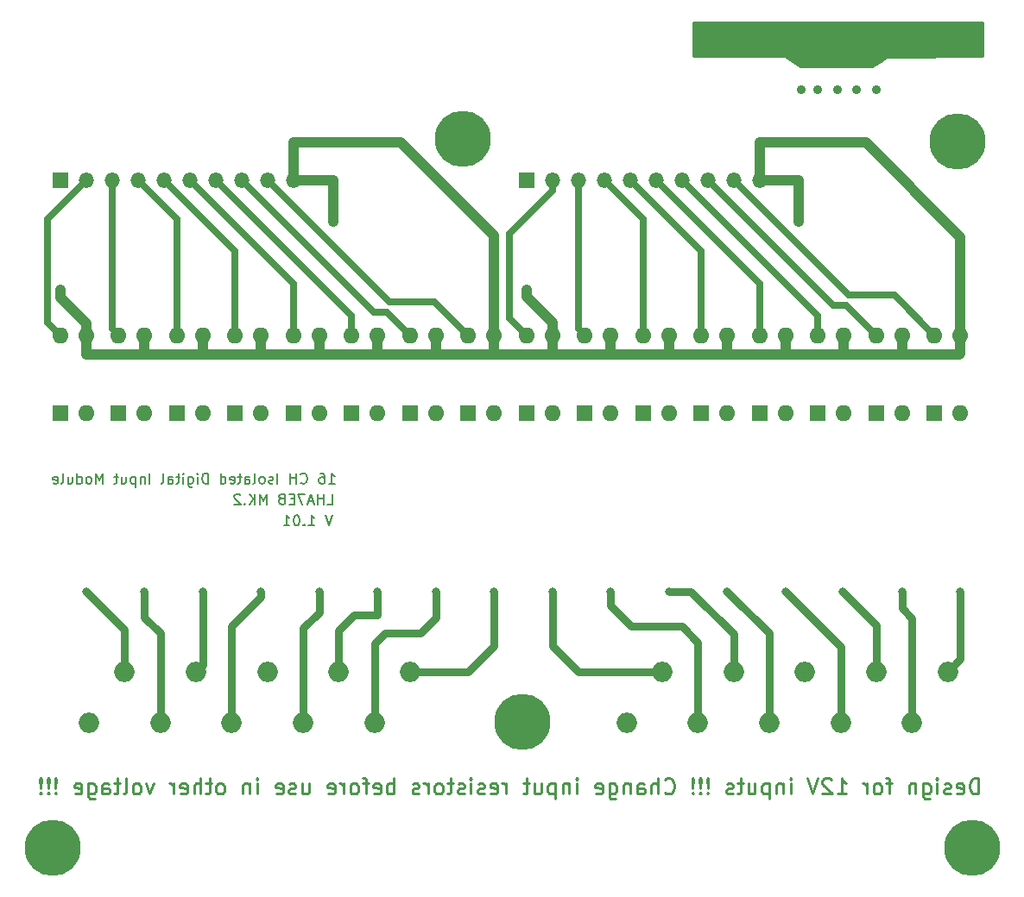
<source format=gbr>
G04 #@! TF.GenerationSoftware,KiCad,Pcbnew,(5.1.0)-1*
G04 #@! TF.CreationDate,2019-05-12T18:19:35+08:00*
G04 #@! TF.ProjectId,16 ch isolation input,31362063-6820-4697-936f-6c6174696f6e,1.01*
G04 #@! TF.SameCoordinates,Original*
G04 #@! TF.FileFunction,Copper,L2,Bot*
G04 #@! TF.FilePolarity,Positive*
%FSLAX46Y46*%
G04 Gerber Fmt 4.6, Leading zero omitted, Abs format (unit mm)*
G04 Created by KiCad (PCBNEW (5.1.0)-1) date 2019-05-12 18:19:35*
%MOMM*%
%LPD*%
G04 APERTURE LIST*
%ADD10C,0.254000*%
%ADD11C,0.203200*%
%ADD12C,5.500000*%
%ADD13O,2.000000X2.000000*%
%ADD14O,1.500000X1.500000*%
%ADD15R,1.500000X1.500000*%
%ADD16O,1.600000X1.600000*%
%ADD17R,1.600000X1.600000*%
%ADD18C,0.900000*%
%ADD19C,0.800000*%
%ADD20C,1.016000*%
%ADD21C,0.762000*%
%ADD22C,0.635000*%
G04 APERTURE END LIST*
D10*
X131952999Y-100257428D02*
X131952999Y-98733428D01*
X131590142Y-98733428D01*
X131372428Y-98806000D01*
X131227285Y-98951142D01*
X131154714Y-99096285D01*
X131082142Y-99386571D01*
X131082142Y-99604285D01*
X131154714Y-99894571D01*
X131227285Y-100039714D01*
X131372428Y-100184857D01*
X131590142Y-100257428D01*
X131952999Y-100257428D01*
X129848428Y-100184857D02*
X129993571Y-100257428D01*
X130283857Y-100257428D01*
X130428999Y-100184857D01*
X130501571Y-100039714D01*
X130501571Y-99459142D01*
X130428999Y-99314000D01*
X130283857Y-99241428D01*
X129993571Y-99241428D01*
X129848428Y-99314000D01*
X129775857Y-99459142D01*
X129775857Y-99604285D01*
X130501571Y-99749428D01*
X129195285Y-100184857D02*
X129050142Y-100257428D01*
X128759857Y-100257428D01*
X128614714Y-100184857D01*
X128542142Y-100039714D01*
X128542142Y-99967142D01*
X128614714Y-99822000D01*
X128759857Y-99749428D01*
X128977571Y-99749428D01*
X129122714Y-99676857D01*
X129195285Y-99531714D01*
X129195285Y-99459142D01*
X129122714Y-99314000D01*
X128977571Y-99241428D01*
X128759857Y-99241428D01*
X128614714Y-99314000D01*
X127888999Y-100257428D02*
X127888999Y-99241428D01*
X127888999Y-98733428D02*
X127961571Y-98806000D01*
X127888999Y-98878571D01*
X127816428Y-98806000D01*
X127888999Y-98733428D01*
X127888999Y-98878571D01*
X126510142Y-99241428D02*
X126510142Y-100475142D01*
X126582714Y-100620285D01*
X126655285Y-100692857D01*
X126800428Y-100765428D01*
X127018142Y-100765428D01*
X127163285Y-100692857D01*
X126510142Y-100184857D02*
X126655285Y-100257428D01*
X126945571Y-100257428D01*
X127090714Y-100184857D01*
X127163285Y-100112285D01*
X127235857Y-99967142D01*
X127235857Y-99531714D01*
X127163285Y-99386571D01*
X127090714Y-99314000D01*
X126945571Y-99241428D01*
X126655285Y-99241428D01*
X126510142Y-99314000D01*
X125784428Y-99241428D02*
X125784428Y-100257428D01*
X125784428Y-99386571D02*
X125711857Y-99314000D01*
X125566714Y-99241428D01*
X125348999Y-99241428D01*
X125203857Y-99314000D01*
X125131285Y-99459142D01*
X125131285Y-100257428D01*
X123462142Y-99241428D02*
X122881571Y-99241428D01*
X123244428Y-100257428D02*
X123244428Y-98951142D01*
X123171857Y-98806000D01*
X123026714Y-98733428D01*
X122881571Y-98733428D01*
X122155857Y-100257428D02*
X122300999Y-100184857D01*
X122373571Y-100112285D01*
X122446142Y-99967142D01*
X122446142Y-99531714D01*
X122373571Y-99386571D01*
X122300999Y-99314000D01*
X122155857Y-99241428D01*
X121938142Y-99241428D01*
X121792999Y-99314000D01*
X121720428Y-99386571D01*
X121647857Y-99531714D01*
X121647857Y-99967142D01*
X121720428Y-100112285D01*
X121792999Y-100184857D01*
X121938142Y-100257428D01*
X122155857Y-100257428D01*
X120994714Y-100257428D02*
X120994714Y-99241428D01*
X120994714Y-99531714D02*
X120922142Y-99386571D01*
X120849571Y-99314000D01*
X120704428Y-99241428D01*
X120559285Y-99241428D01*
X118091857Y-100257428D02*
X118962714Y-100257428D01*
X118527285Y-100257428D02*
X118527285Y-98733428D01*
X118672428Y-98951142D01*
X118817571Y-99096285D01*
X118962714Y-99168857D01*
X117511285Y-98878571D02*
X117438714Y-98806000D01*
X117293571Y-98733428D01*
X116930714Y-98733428D01*
X116785571Y-98806000D01*
X116712999Y-98878571D01*
X116640428Y-99023714D01*
X116640428Y-99168857D01*
X116712999Y-99386571D01*
X117583857Y-100257428D01*
X116640428Y-100257428D01*
X116204999Y-98733428D02*
X115696999Y-100257428D01*
X115188999Y-98733428D01*
X113519857Y-100257428D02*
X113519857Y-99241428D01*
X113519857Y-98733428D02*
X113592428Y-98806000D01*
X113519857Y-98878571D01*
X113447285Y-98806000D01*
X113519857Y-98733428D01*
X113519857Y-98878571D01*
X112794142Y-99241428D02*
X112794142Y-100257428D01*
X112794142Y-99386571D02*
X112721571Y-99314000D01*
X112576428Y-99241428D01*
X112358714Y-99241428D01*
X112213571Y-99314000D01*
X112140999Y-99459142D01*
X112140999Y-100257428D01*
X111415285Y-99241428D02*
X111415285Y-100765428D01*
X111415285Y-99314000D02*
X111270142Y-99241428D01*
X110979857Y-99241428D01*
X110834714Y-99314000D01*
X110762142Y-99386571D01*
X110689571Y-99531714D01*
X110689571Y-99967142D01*
X110762142Y-100112285D01*
X110834714Y-100184857D01*
X110979857Y-100257428D01*
X111270142Y-100257428D01*
X111415285Y-100184857D01*
X109383285Y-99241428D02*
X109383285Y-100257428D01*
X110036428Y-99241428D02*
X110036428Y-100039714D01*
X109963857Y-100184857D01*
X109818714Y-100257428D01*
X109600999Y-100257428D01*
X109455857Y-100184857D01*
X109383285Y-100112285D01*
X108875285Y-99241428D02*
X108294714Y-99241428D01*
X108657571Y-98733428D02*
X108657571Y-100039714D01*
X108584999Y-100184857D01*
X108439857Y-100257428D01*
X108294714Y-100257428D01*
X107859285Y-100184857D02*
X107714142Y-100257428D01*
X107423857Y-100257428D01*
X107278714Y-100184857D01*
X107206142Y-100039714D01*
X107206142Y-99967142D01*
X107278714Y-99822000D01*
X107423857Y-99749428D01*
X107641571Y-99749428D01*
X107786714Y-99676857D01*
X107859285Y-99531714D01*
X107859285Y-99459142D01*
X107786714Y-99314000D01*
X107641571Y-99241428D01*
X107423857Y-99241428D01*
X107278714Y-99314000D01*
X105391857Y-100112285D02*
X105319285Y-100184857D01*
X105391857Y-100257428D01*
X105464428Y-100184857D01*
X105391857Y-100112285D01*
X105391857Y-100257428D01*
X105391857Y-99676857D02*
X105464428Y-98806000D01*
X105391857Y-98733428D01*
X105319285Y-98806000D01*
X105391857Y-99676857D01*
X105391857Y-98733428D01*
X104666142Y-100112285D02*
X104593571Y-100184857D01*
X104666142Y-100257428D01*
X104738714Y-100184857D01*
X104666142Y-100112285D01*
X104666142Y-100257428D01*
X104666142Y-99676857D02*
X104738714Y-98806000D01*
X104666142Y-98733428D01*
X104593571Y-98806000D01*
X104666142Y-99676857D01*
X104666142Y-98733428D01*
X103940428Y-100112285D02*
X103867857Y-100184857D01*
X103940428Y-100257428D01*
X104012999Y-100184857D01*
X103940428Y-100112285D01*
X103940428Y-100257428D01*
X103940428Y-99676857D02*
X104012999Y-98806000D01*
X103940428Y-98733428D01*
X103867857Y-98806000D01*
X103940428Y-99676857D01*
X103940428Y-98733428D01*
X101182714Y-100112285D02*
X101255285Y-100184857D01*
X101472999Y-100257428D01*
X101618142Y-100257428D01*
X101835857Y-100184857D01*
X101980999Y-100039714D01*
X102053571Y-99894571D01*
X102126142Y-99604285D01*
X102126142Y-99386571D01*
X102053571Y-99096285D01*
X101980999Y-98951142D01*
X101835857Y-98806000D01*
X101618142Y-98733428D01*
X101472999Y-98733428D01*
X101255285Y-98806000D01*
X101182714Y-98878571D01*
X100529571Y-100257428D02*
X100529571Y-98733428D01*
X99876428Y-100257428D02*
X99876428Y-99459142D01*
X99948999Y-99314000D01*
X100094142Y-99241428D01*
X100311857Y-99241428D01*
X100456999Y-99314000D01*
X100529571Y-99386571D01*
X98497571Y-100257428D02*
X98497571Y-99459142D01*
X98570142Y-99314000D01*
X98715285Y-99241428D01*
X99005571Y-99241428D01*
X99150714Y-99314000D01*
X98497571Y-100184857D02*
X98642714Y-100257428D01*
X99005571Y-100257428D01*
X99150714Y-100184857D01*
X99223285Y-100039714D01*
X99223285Y-99894571D01*
X99150714Y-99749428D01*
X99005571Y-99676857D01*
X98642714Y-99676857D01*
X98497571Y-99604285D01*
X97771857Y-99241428D02*
X97771857Y-100257428D01*
X97771857Y-99386571D02*
X97699285Y-99314000D01*
X97554142Y-99241428D01*
X97336428Y-99241428D01*
X97191285Y-99314000D01*
X97118714Y-99459142D01*
X97118714Y-100257428D01*
X95739857Y-99241428D02*
X95739857Y-100475142D01*
X95812428Y-100620285D01*
X95884999Y-100692857D01*
X96030142Y-100765428D01*
X96247857Y-100765428D01*
X96392999Y-100692857D01*
X95739857Y-100184857D02*
X95884999Y-100257428D01*
X96175285Y-100257428D01*
X96320428Y-100184857D01*
X96392999Y-100112285D01*
X96465571Y-99967142D01*
X96465571Y-99531714D01*
X96392999Y-99386571D01*
X96320428Y-99314000D01*
X96175285Y-99241428D01*
X95884999Y-99241428D01*
X95739857Y-99314000D01*
X94433571Y-100184857D02*
X94578714Y-100257428D01*
X94868999Y-100257428D01*
X95014142Y-100184857D01*
X95086714Y-100039714D01*
X95086714Y-99459142D01*
X95014142Y-99314000D01*
X94868999Y-99241428D01*
X94578714Y-99241428D01*
X94433571Y-99314000D01*
X94360999Y-99459142D01*
X94360999Y-99604285D01*
X95086714Y-99749428D01*
X92546714Y-100257428D02*
X92546714Y-99241428D01*
X92546714Y-98733428D02*
X92619285Y-98806000D01*
X92546714Y-98878571D01*
X92474142Y-98806000D01*
X92546714Y-98733428D01*
X92546714Y-98878571D01*
X91820999Y-99241428D02*
X91820999Y-100257428D01*
X91820999Y-99386571D02*
X91748428Y-99314000D01*
X91603285Y-99241428D01*
X91385571Y-99241428D01*
X91240428Y-99314000D01*
X91167857Y-99459142D01*
X91167857Y-100257428D01*
X90442142Y-99241428D02*
X90442142Y-100765428D01*
X90442142Y-99314000D02*
X90296999Y-99241428D01*
X90006714Y-99241428D01*
X89861571Y-99314000D01*
X89788999Y-99386571D01*
X89716428Y-99531714D01*
X89716428Y-99967142D01*
X89788999Y-100112285D01*
X89861571Y-100184857D01*
X90006714Y-100257428D01*
X90296999Y-100257428D01*
X90442142Y-100184857D01*
X88410142Y-99241428D02*
X88410142Y-100257428D01*
X89063285Y-99241428D02*
X89063285Y-100039714D01*
X88990714Y-100184857D01*
X88845571Y-100257428D01*
X88627857Y-100257428D01*
X88482714Y-100184857D01*
X88410142Y-100112285D01*
X87902142Y-99241428D02*
X87321571Y-99241428D01*
X87684428Y-98733428D02*
X87684428Y-100039714D01*
X87611857Y-100184857D01*
X87466714Y-100257428D01*
X87321571Y-100257428D01*
X85652428Y-100257428D02*
X85652428Y-99241428D01*
X85652428Y-99531714D02*
X85579857Y-99386571D01*
X85507285Y-99314000D01*
X85362142Y-99241428D01*
X85216999Y-99241428D01*
X84128428Y-100184857D02*
X84273571Y-100257428D01*
X84563857Y-100257428D01*
X84708999Y-100184857D01*
X84781571Y-100039714D01*
X84781571Y-99459142D01*
X84708999Y-99314000D01*
X84563857Y-99241428D01*
X84273571Y-99241428D01*
X84128428Y-99314000D01*
X84055857Y-99459142D01*
X84055857Y-99604285D01*
X84781571Y-99749428D01*
X83475285Y-100184857D02*
X83330142Y-100257428D01*
X83039857Y-100257428D01*
X82894714Y-100184857D01*
X82822142Y-100039714D01*
X82822142Y-99967142D01*
X82894714Y-99822000D01*
X83039857Y-99749428D01*
X83257571Y-99749428D01*
X83402714Y-99676857D01*
X83475285Y-99531714D01*
X83475285Y-99459142D01*
X83402714Y-99314000D01*
X83257571Y-99241428D01*
X83039857Y-99241428D01*
X82894714Y-99314000D01*
X82168999Y-100257428D02*
X82168999Y-99241428D01*
X82168999Y-98733428D02*
X82241571Y-98806000D01*
X82168999Y-98878571D01*
X82096428Y-98806000D01*
X82168999Y-98733428D01*
X82168999Y-98878571D01*
X81515857Y-100184857D02*
X81370714Y-100257428D01*
X81080428Y-100257428D01*
X80935285Y-100184857D01*
X80862714Y-100039714D01*
X80862714Y-99967142D01*
X80935285Y-99822000D01*
X81080428Y-99749428D01*
X81298142Y-99749428D01*
X81443285Y-99676857D01*
X81515857Y-99531714D01*
X81515857Y-99459142D01*
X81443285Y-99314000D01*
X81298142Y-99241428D01*
X81080428Y-99241428D01*
X80935285Y-99314000D01*
X80427285Y-99241428D02*
X79846714Y-99241428D01*
X80209571Y-98733428D02*
X80209571Y-100039714D01*
X80136999Y-100184857D01*
X79991857Y-100257428D01*
X79846714Y-100257428D01*
X79120999Y-100257428D02*
X79266142Y-100184857D01*
X79338714Y-100112285D01*
X79411285Y-99967142D01*
X79411285Y-99531714D01*
X79338714Y-99386571D01*
X79266142Y-99314000D01*
X79120999Y-99241428D01*
X78903285Y-99241428D01*
X78758142Y-99314000D01*
X78685571Y-99386571D01*
X78612999Y-99531714D01*
X78612999Y-99967142D01*
X78685571Y-100112285D01*
X78758142Y-100184857D01*
X78903285Y-100257428D01*
X79120999Y-100257428D01*
X77959857Y-100257428D02*
X77959857Y-99241428D01*
X77959857Y-99531714D02*
X77887285Y-99386571D01*
X77814714Y-99314000D01*
X77669571Y-99241428D01*
X77524428Y-99241428D01*
X77088999Y-100184857D02*
X76943857Y-100257428D01*
X76653571Y-100257428D01*
X76508428Y-100184857D01*
X76435857Y-100039714D01*
X76435857Y-99967142D01*
X76508428Y-99822000D01*
X76653571Y-99749428D01*
X76871285Y-99749428D01*
X77016428Y-99676857D01*
X77088999Y-99531714D01*
X77088999Y-99459142D01*
X77016428Y-99314000D01*
X76871285Y-99241428D01*
X76653571Y-99241428D01*
X76508428Y-99314000D01*
X74621571Y-100257428D02*
X74621571Y-98733428D01*
X74621571Y-99314000D02*
X74476428Y-99241428D01*
X74186142Y-99241428D01*
X74040999Y-99314000D01*
X73968428Y-99386571D01*
X73895857Y-99531714D01*
X73895857Y-99967142D01*
X73968428Y-100112285D01*
X74040999Y-100184857D01*
X74186142Y-100257428D01*
X74476428Y-100257428D01*
X74621571Y-100184857D01*
X72662142Y-100184857D02*
X72807285Y-100257428D01*
X73097571Y-100257428D01*
X73242714Y-100184857D01*
X73315285Y-100039714D01*
X73315285Y-99459142D01*
X73242714Y-99314000D01*
X73097571Y-99241428D01*
X72807285Y-99241428D01*
X72662142Y-99314000D01*
X72589571Y-99459142D01*
X72589571Y-99604285D01*
X73315285Y-99749428D01*
X72154142Y-99241428D02*
X71573571Y-99241428D01*
X71936428Y-100257428D02*
X71936428Y-98951142D01*
X71863857Y-98806000D01*
X71718714Y-98733428D01*
X71573571Y-98733428D01*
X70847857Y-100257428D02*
X70992999Y-100184857D01*
X71065571Y-100112285D01*
X71138142Y-99967142D01*
X71138142Y-99531714D01*
X71065571Y-99386571D01*
X70992999Y-99314000D01*
X70847857Y-99241428D01*
X70630142Y-99241428D01*
X70484999Y-99314000D01*
X70412428Y-99386571D01*
X70339857Y-99531714D01*
X70339857Y-99967142D01*
X70412428Y-100112285D01*
X70484999Y-100184857D01*
X70630142Y-100257428D01*
X70847857Y-100257428D01*
X69686714Y-100257428D02*
X69686714Y-99241428D01*
X69686714Y-99531714D02*
X69614142Y-99386571D01*
X69541571Y-99314000D01*
X69396428Y-99241428D01*
X69251285Y-99241428D01*
X68162714Y-100184857D02*
X68307857Y-100257428D01*
X68598142Y-100257428D01*
X68743285Y-100184857D01*
X68815857Y-100039714D01*
X68815857Y-99459142D01*
X68743285Y-99314000D01*
X68598142Y-99241428D01*
X68307857Y-99241428D01*
X68162714Y-99314000D01*
X68090142Y-99459142D01*
X68090142Y-99604285D01*
X68815857Y-99749428D01*
X65622714Y-99241428D02*
X65622714Y-100257428D01*
X66275857Y-99241428D02*
X66275857Y-100039714D01*
X66203285Y-100184857D01*
X66058142Y-100257428D01*
X65840428Y-100257428D01*
X65695285Y-100184857D01*
X65622714Y-100112285D01*
X64969571Y-100184857D02*
X64824428Y-100257428D01*
X64534142Y-100257428D01*
X64388999Y-100184857D01*
X64316428Y-100039714D01*
X64316428Y-99967142D01*
X64388999Y-99822000D01*
X64534142Y-99749428D01*
X64751857Y-99749428D01*
X64896999Y-99676857D01*
X64969571Y-99531714D01*
X64969571Y-99459142D01*
X64896999Y-99314000D01*
X64751857Y-99241428D01*
X64534142Y-99241428D01*
X64388999Y-99314000D01*
X63082714Y-100184857D02*
X63227857Y-100257428D01*
X63518142Y-100257428D01*
X63663285Y-100184857D01*
X63735857Y-100039714D01*
X63735857Y-99459142D01*
X63663285Y-99314000D01*
X63518142Y-99241428D01*
X63227857Y-99241428D01*
X63082714Y-99314000D01*
X63010142Y-99459142D01*
X63010142Y-99604285D01*
X63735857Y-99749428D01*
X61195857Y-100257428D02*
X61195857Y-99241428D01*
X61195857Y-98733428D02*
X61268428Y-98806000D01*
X61195857Y-98878571D01*
X61123285Y-98806000D01*
X61195857Y-98733428D01*
X61195857Y-98878571D01*
X60470142Y-99241428D02*
X60470142Y-100257428D01*
X60470142Y-99386571D02*
X60397571Y-99314000D01*
X60252428Y-99241428D01*
X60034714Y-99241428D01*
X59889571Y-99314000D01*
X59816999Y-99459142D01*
X59816999Y-100257428D01*
X57712428Y-100257428D02*
X57857571Y-100184857D01*
X57930142Y-100112285D01*
X58002714Y-99967142D01*
X58002714Y-99531714D01*
X57930142Y-99386571D01*
X57857571Y-99314000D01*
X57712428Y-99241428D01*
X57494714Y-99241428D01*
X57349571Y-99314000D01*
X57276999Y-99386571D01*
X57204428Y-99531714D01*
X57204428Y-99967142D01*
X57276999Y-100112285D01*
X57349571Y-100184857D01*
X57494714Y-100257428D01*
X57712428Y-100257428D01*
X56768999Y-99241428D02*
X56188428Y-99241428D01*
X56551285Y-98733428D02*
X56551285Y-100039714D01*
X56478714Y-100184857D01*
X56333571Y-100257428D01*
X56188428Y-100257428D01*
X55680428Y-100257428D02*
X55680428Y-98733428D01*
X55027285Y-100257428D02*
X55027285Y-99459142D01*
X55099857Y-99314000D01*
X55244999Y-99241428D01*
X55462714Y-99241428D01*
X55607857Y-99314000D01*
X55680428Y-99386571D01*
X53720999Y-100184857D02*
X53866142Y-100257428D01*
X54156428Y-100257428D01*
X54301571Y-100184857D01*
X54374142Y-100039714D01*
X54374142Y-99459142D01*
X54301571Y-99314000D01*
X54156428Y-99241428D01*
X53866142Y-99241428D01*
X53720999Y-99314000D01*
X53648428Y-99459142D01*
X53648428Y-99604285D01*
X54374142Y-99749428D01*
X52995285Y-100257428D02*
X52995285Y-99241428D01*
X52995285Y-99531714D02*
X52922714Y-99386571D01*
X52850142Y-99314000D01*
X52704999Y-99241428D01*
X52559857Y-99241428D01*
X51035857Y-99241428D02*
X50672999Y-100257428D01*
X50310142Y-99241428D01*
X49511857Y-100257428D02*
X49656999Y-100184857D01*
X49729571Y-100112285D01*
X49802142Y-99967142D01*
X49802142Y-99531714D01*
X49729571Y-99386571D01*
X49656999Y-99314000D01*
X49511857Y-99241428D01*
X49294142Y-99241428D01*
X49148999Y-99314000D01*
X49076428Y-99386571D01*
X49003857Y-99531714D01*
X49003857Y-99967142D01*
X49076428Y-100112285D01*
X49148999Y-100184857D01*
X49294142Y-100257428D01*
X49511857Y-100257428D01*
X48132999Y-100257428D02*
X48278142Y-100184857D01*
X48350714Y-100039714D01*
X48350714Y-98733428D01*
X47770142Y-99241428D02*
X47189571Y-99241428D01*
X47552428Y-98733428D02*
X47552428Y-100039714D01*
X47479857Y-100184857D01*
X47334714Y-100257428D01*
X47189571Y-100257428D01*
X46028428Y-100257428D02*
X46028428Y-99459142D01*
X46100999Y-99314000D01*
X46246142Y-99241428D01*
X46536428Y-99241428D01*
X46681571Y-99314000D01*
X46028428Y-100184857D02*
X46173571Y-100257428D01*
X46536428Y-100257428D01*
X46681571Y-100184857D01*
X46754142Y-100039714D01*
X46754142Y-99894571D01*
X46681571Y-99749428D01*
X46536428Y-99676857D01*
X46173571Y-99676857D01*
X46028428Y-99604285D01*
X44649571Y-99241428D02*
X44649571Y-100475142D01*
X44722142Y-100620285D01*
X44794714Y-100692857D01*
X44939857Y-100765428D01*
X45157571Y-100765428D01*
X45302714Y-100692857D01*
X44649571Y-100184857D02*
X44794714Y-100257428D01*
X45084999Y-100257428D01*
X45230142Y-100184857D01*
X45302714Y-100112285D01*
X45375285Y-99967142D01*
X45375285Y-99531714D01*
X45302714Y-99386571D01*
X45230142Y-99314000D01*
X45084999Y-99241428D01*
X44794714Y-99241428D01*
X44649571Y-99314000D01*
X43343285Y-100184857D02*
X43488428Y-100257428D01*
X43778714Y-100257428D01*
X43923857Y-100184857D01*
X43996428Y-100039714D01*
X43996428Y-99459142D01*
X43923857Y-99314000D01*
X43778714Y-99241428D01*
X43488428Y-99241428D01*
X43343285Y-99314000D01*
X43270714Y-99459142D01*
X43270714Y-99604285D01*
X43996428Y-99749428D01*
X41456428Y-100112285D02*
X41383857Y-100184857D01*
X41456428Y-100257428D01*
X41528999Y-100184857D01*
X41456428Y-100112285D01*
X41456428Y-100257428D01*
X41456428Y-99676857D02*
X41528999Y-98806000D01*
X41456428Y-98733428D01*
X41383857Y-98806000D01*
X41456428Y-99676857D01*
X41456428Y-98733428D01*
X40730714Y-100112285D02*
X40658142Y-100184857D01*
X40730714Y-100257428D01*
X40803285Y-100184857D01*
X40730714Y-100112285D01*
X40730714Y-100257428D01*
X40730714Y-99676857D02*
X40803285Y-98806000D01*
X40730714Y-98733428D01*
X40658142Y-98806000D01*
X40730714Y-99676857D01*
X40730714Y-98733428D01*
X40004999Y-100112285D02*
X39932428Y-100184857D01*
X40004999Y-100257428D01*
X40077571Y-100184857D01*
X40004999Y-100112285D01*
X40004999Y-100257428D01*
X40004999Y-99676857D02*
X40077571Y-98806000D01*
X40004999Y-98733428D01*
X39932428Y-98806000D01*
X40004999Y-99676857D01*
X40004999Y-98733428D01*
D11*
X68560647Y-72900419D02*
X68221980Y-73916419D01*
X67883314Y-72900419D01*
X66238361Y-73916419D02*
X66818933Y-73916419D01*
X66528647Y-73916419D02*
X66528647Y-72900419D01*
X66625409Y-73045561D01*
X66722171Y-73142323D01*
X66818933Y-73190704D01*
X65802933Y-73819657D02*
X65754552Y-73868038D01*
X65802933Y-73916419D01*
X65851314Y-73868038D01*
X65802933Y-73819657D01*
X65802933Y-73916419D01*
X65125600Y-72900419D02*
X65028838Y-72900419D01*
X64932076Y-72948800D01*
X64883695Y-72997180D01*
X64835314Y-73093942D01*
X64786933Y-73287466D01*
X64786933Y-73529371D01*
X64835314Y-73722895D01*
X64883695Y-73819657D01*
X64932076Y-73868038D01*
X65028838Y-73916419D01*
X65125600Y-73916419D01*
X65222361Y-73868038D01*
X65270742Y-73819657D01*
X65319123Y-73722895D01*
X65367504Y-73529371D01*
X65367504Y-73287466D01*
X65319123Y-73093942D01*
X65270742Y-72997180D01*
X65222361Y-72948800D01*
X65125600Y-72900419D01*
X63819314Y-73916419D02*
X64399885Y-73916419D01*
X64109600Y-73916419D02*
X64109600Y-72900419D01*
X64206361Y-73045561D01*
X64303123Y-73142323D01*
X64399885Y-73190704D01*
X68248590Y-69801619D02*
X68829161Y-69801619D01*
X68538876Y-69801619D02*
X68538876Y-68785619D01*
X68635638Y-68930761D01*
X68732400Y-69027523D01*
X68829161Y-69075904D01*
X67377733Y-68785619D02*
X67571257Y-68785619D01*
X67668019Y-68834000D01*
X67716400Y-68882380D01*
X67813161Y-69027523D01*
X67861542Y-69221047D01*
X67861542Y-69608095D01*
X67813161Y-69704857D01*
X67764780Y-69753238D01*
X67668019Y-69801619D01*
X67474495Y-69801619D01*
X67377733Y-69753238D01*
X67329352Y-69704857D01*
X67280971Y-69608095D01*
X67280971Y-69366190D01*
X67329352Y-69269428D01*
X67377733Y-69221047D01*
X67474495Y-69172666D01*
X67668019Y-69172666D01*
X67764780Y-69221047D01*
X67813161Y-69269428D01*
X67861542Y-69366190D01*
X65490876Y-69704857D02*
X65539257Y-69753238D01*
X65684400Y-69801619D01*
X65781161Y-69801619D01*
X65926304Y-69753238D01*
X66023066Y-69656476D01*
X66071447Y-69559714D01*
X66119828Y-69366190D01*
X66119828Y-69221047D01*
X66071447Y-69027523D01*
X66023066Y-68930761D01*
X65926304Y-68834000D01*
X65781161Y-68785619D01*
X65684400Y-68785619D01*
X65539257Y-68834000D01*
X65490876Y-68882380D01*
X65055447Y-69801619D02*
X65055447Y-68785619D01*
X65055447Y-69269428D02*
X64474876Y-69269428D01*
X64474876Y-69801619D02*
X64474876Y-68785619D01*
X63216971Y-69801619D02*
X63216971Y-68785619D01*
X62781542Y-69753238D02*
X62684780Y-69801619D01*
X62491257Y-69801619D01*
X62394495Y-69753238D01*
X62346114Y-69656476D01*
X62346114Y-69608095D01*
X62394495Y-69511333D01*
X62491257Y-69462952D01*
X62636400Y-69462952D01*
X62733161Y-69414571D01*
X62781542Y-69317809D01*
X62781542Y-69269428D01*
X62733161Y-69172666D01*
X62636400Y-69124285D01*
X62491257Y-69124285D01*
X62394495Y-69172666D01*
X61765542Y-69801619D02*
X61862304Y-69753238D01*
X61910685Y-69704857D01*
X61959066Y-69608095D01*
X61959066Y-69317809D01*
X61910685Y-69221047D01*
X61862304Y-69172666D01*
X61765542Y-69124285D01*
X61620400Y-69124285D01*
X61523638Y-69172666D01*
X61475257Y-69221047D01*
X61426876Y-69317809D01*
X61426876Y-69608095D01*
X61475257Y-69704857D01*
X61523638Y-69753238D01*
X61620400Y-69801619D01*
X61765542Y-69801619D01*
X60846304Y-69801619D02*
X60943066Y-69753238D01*
X60991447Y-69656476D01*
X60991447Y-68785619D01*
X60023828Y-69801619D02*
X60023828Y-69269428D01*
X60072209Y-69172666D01*
X60168971Y-69124285D01*
X60362495Y-69124285D01*
X60459257Y-69172666D01*
X60023828Y-69753238D02*
X60120590Y-69801619D01*
X60362495Y-69801619D01*
X60459257Y-69753238D01*
X60507638Y-69656476D01*
X60507638Y-69559714D01*
X60459257Y-69462952D01*
X60362495Y-69414571D01*
X60120590Y-69414571D01*
X60023828Y-69366190D01*
X59685161Y-69124285D02*
X59298114Y-69124285D01*
X59540019Y-68785619D02*
X59540019Y-69656476D01*
X59491638Y-69753238D01*
X59394876Y-69801619D01*
X59298114Y-69801619D01*
X58572400Y-69753238D02*
X58669161Y-69801619D01*
X58862685Y-69801619D01*
X58959447Y-69753238D01*
X59007828Y-69656476D01*
X59007828Y-69269428D01*
X58959447Y-69172666D01*
X58862685Y-69124285D01*
X58669161Y-69124285D01*
X58572400Y-69172666D01*
X58524019Y-69269428D01*
X58524019Y-69366190D01*
X59007828Y-69462952D01*
X57653161Y-69801619D02*
X57653161Y-68785619D01*
X57653161Y-69753238D02*
X57749923Y-69801619D01*
X57943447Y-69801619D01*
X58040209Y-69753238D01*
X58088590Y-69704857D01*
X58136971Y-69608095D01*
X58136971Y-69317809D01*
X58088590Y-69221047D01*
X58040209Y-69172666D01*
X57943447Y-69124285D01*
X57749923Y-69124285D01*
X57653161Y-69172666D01*
X56395257Y-69801619D02*
X56395257Y-68785619D01*
X56153352Y-68785619D01*
X56008209Y-68834000D01*
X55911447Y-68930761D01*
X55863066Y-69027523D01*
X55814685Y-69221047D01*
X55814685Y-69366190D01*
X55863066Y-69559714D01*
X55911447Y-69656476D01*
X56008209Y-69753238D01*
X56153352Y-69801619D01*
X56395257Y-69801619D01*
X55379257Y-69801619D02*
X55379257Y-69124285D01*
X55379257Y-68785619D02*
X55427638Y-68834000D01*
X55379257Y-68882380D01*
X55330876Y-68834000D01*
X55379257Y-68785619D01*
X55379257Y-68882380D01*
X54460019Y-69124285D02*
X54460019Y-69946761D01*
X54508400Y-70043523D01*
X54556780Y-70091904D01*
X54653542Y-70140285D01*
X54798685Y-70140285D01*
X54895447Y-70091904D01*
X54460019Y-69753238D02*
X54556780Y-69801619D01*
X54750304Y-69801619D01*
X54847066Y-69753238D01*
X54895447Y-69704857D01*
X54943828Y-69608095D01*
X54943828Y-69317809D01*
X54895447Y-69221047D01*
X54847066Y-69172666D01*
X54750304Y-69124285D01*
X54556780Y-69124285D01*
X54460019Y-69172666D01*
X53976209Y-69801619D02*
X53976209Y-69124285D01*
X53976209Y-68785619D02*
X54024590Y-68834000D01*
X53976209Y-68882380D01*
X53927828Y-68834000D01*
X53976209Y-68785619D01*
X53976209Y-68882380D01*
X53637542Y-69124285D02*
X53250495Y-69124285D01*
X53492400Y-68785619D02*
X53492400Y-69656476D01*
X53444019Y-69753238D01*
X53347257Y-69801619D01*
X53250495Y-69801619D01*
X52476399Y-69801619D02*
X52476399Y-69269428D01*
X52524780Y-69172666D01*
X52621542Y-69124285D01*
X52815066Y-69124285D01*
X52911828Y-69172666D01*
X52476399Y-69753238D02*
X52573161Y-69801619D01*
X52815066Y-69801619D01*
X52911828Y-69753238D01*
X52960209Y-69656476D01*
X52960209Y-69559714D01*
X52911828Y-69462952D01*
X52815066Y-69414571D01*
X52573161Y-69414571D01*
X52476399Y-69366190D01*
X51847447Y-69801619D02*
X51944209Y-69753238D01*
X51992590Y-69656476D01*
X51992590Y-68785619D01*
X50686304Y-69801619D02*
X50686304Y-68785619D01*
X50202495Y-69124285D02*
X50202495Y-69801619D01*
X50202495Y-69221047D02*
X50154114Y-69172666D01*
X50057352Y-69124285D01*
X49912209Y-69124285D01*
X49815447Y-69172666D01*
X49767066Y-69269428D01*
X49767066Y-69801619D01*
X49283257Y-69124285D02*
X49283257Y-70140285D01*
X49283257Y-69172666D02*
X49186495Y-69124285D01*
X48992971Y-69124285D01*
X48896209Y-69172666D01*
X48847828Y-69221047D01*
X48799447Y-69317809D01*
X48799447Y-69608095D01*
X48847828Y-69704857D01*
X48896209Y-69753238D01*
X48992971Y-69801619D01*
X49186495Y-69801619D01*
X49283257Y-69753238D01*
X47928590Y-69124285D02*
X47928590Y-69801619D01*
X48364019Y-69124285D02*
X48364019Y-69656476D01*
X48315638Y-69753238D01*
X48218876Y-69801619D01*
X48073733Y-69801619D01*
X47976971Y-69753238D01*
X47928590Y-69704857D01*
X47589923Y-69124285D02*
X47202876Y-69124285D01*
X47444780Y-68785619D02*
X47444780Y-69656476D01*
X47396399Y-69753238D01*
X47299638Y-69801619D01*
X47202876Y-69801619D01*
X46090114Y-69801619D02*
X46090114Y-68785619D01*
X45751447Y-69511333D01*
X45412780Y-68785619D01*
X45412780Y-69801619D01*
X44783828Y-69801619D02*
X44880590Y-69753238D01*
X44928971Y-69704857D01*
X44977352Y-69608095D01*
X44977352Y-69317809D01*
X44928971Y-69221047D01*
X44880590Y-69172666D01*
X44783828Y-69124285D01*
X44638685Y-69124285D01*
X44541923Y-69172666D01*
X44493542Y-69221047D01*
X44445161Y-69317809D01*
X44445161Y-69608095D01*
X44493542Y-69704857D01*
X44541923Y-69753238D01*
X44638685Y-69801619D01*
X44783828Y-69801619D01*
X43574304Y-69801619D02*
X43574304Y-68785619D01*
X43574304Y-69753238D02*
X43671066Y-69801619D01*
X43864590Y-69801619D01*
X43961352Y-69753238D01*
X44009733Y-69704857D01*
X44058114Y-69608095D01*
X44058114Y-69317809D01*
X44009733Y-69221047D01*
X43961352Y-69172666D01*
X43864590Y-69124285D01*
X43671066Y-69124285D01*
X43574304Y-69172666D01*
X42655066Y-69124285D02*
X42655066Y-69801619D01*
X43090495Y-69124285D02*
X43090495Y-69656476D01*
X43042114Y-69753238D01*
X42945352Y-69801619D01*
X42800209Y-69801619D01*
X42703447Y-69753238D01*
X42655066Y-69704857D01*
X42026114Y-69801619D02*
X42122876Y-69753238D01*
X42171257Y-69656476D01*
X42171257Y-68785619D01*
X41252019Y-69753238D02*
X41348780Y-69801619D01*
X41542304Y-69801619D01*
X41639066Y-69753238D01*
X41687447Y-69656476D01*
X41687447Y-69269428D01*
X41639066Y-69172666D01*
X41542304Y-69124285D01*
X41348780Y-69124285D01*
X41252019Y-69172666D01*
X41203638Y-69269428D01*
X41203638Y-69366190D01*
X41687447Y-69462952D01*
X68086514Y-71833619D02*
X68570323Y-71833619D01*
X68570323Y-70817619D01*
X67747847Y-71833619D02*
X67747847Y-70817619D01*
X67747847Y-71301428D02*
X67167276Y-71301428D01*
X67167276Y-71833619D02*
X67167276Y-70817619D01*
X66731847Y-71543333D02*
X66248038Y-71543333D01*
X66828609Y-71833619D02*
X66489942Y-70817619D01*
X66151276Y-71833619D01*
X65909371Y-70817619D02*
X65232038Y-70817619D01*
X65667466Y-71833619D01*
X64844990Y-71301428D02*
X64506323Y-71301428D01*
X64361180Y-71833619D02*
X64844990Y-71833619D01*
X64844990Y-70817619D01*
X64361180Y-70817619D01*
X63780609Y-71253047D02*
X63877371Y-71204666D01*
X63925752Y-71156285D01*
X63974133Y-71059523D01*
X63974133Y-71011142D01*
X63925752Y-70914380D01*
X63877371Y-70866000D01*
X63780609Y-70817619D01*
X63587085Y-70817619D01*
X63490323Y-70866000D01*
X63441942Y-70914380D01*
X63393561Y-71011142D01*
X63393561Y-71059523D01*
X63441942Y-71156285D01*
X63490323Y-71204666D01*
X63587085Y-71253047D01*
X63780609Y-71253047D01*
X63877371Y-71301428D01*
X63925752Y-71349809D01*
X63974133Y-71446571D01*
X63974133Y-71640095D01*
X63925752Y-71736857D01*
X63877371Y-71785238D01*
X63780609Y-71833619D01*
X63587085Y-71833619D01*
X63490323Y-71785238D01*
X63441942Y-71736857D01*
X63393561Y-71640095D01*
X63393561Y-71446571D01*
X63441942Y-71349809D01*
X63490323Y-71301428D01*
X63587085Y-71253047D01*
X62184038Y-71833619D02*
X62184038Y-70817619D01*
X61845371Y-71543333D01*
X61506704Y-70817619D01*
X61506704Y-71833619D01*
X61022895Y-71833619D02*
X61022895Y-70817619D01*
X60442323Y-71833619D02*
X60877752Y-71253047D01*
X60442323Y-70817619D02*
X61022895Y-71398190D01*
X60006895Y-71736857D02*
X59958514Y-71785238D01*
X60006895Y-71833619D01*
X60055276Y-71785238D01*
X60006895Y-71736857D01*
X60006895Y-71833619D01*
X59571466Y-70914380D02*
X59523085Y-70866000D01*
X59426323Y-70817619D01*
X59184419Y-70817619D01*
X59087657Y-70866000D01*
X59039276Y-70914380D01*
X58990895Y-71011142D01*
X58990895Y-71107904D01*
X59039276Y-71253047D01*
X59619847Y-71833619D01*
X58990895Y-71833619D01*
D12*
X131318000Y-105537000D03*
X129921000Y-36195000D03*
X81407000Y-35941000D03*
X41148000Y-105537000D03*
X87249000Y-93218000D03*
D13*
X76230000Y-88265000D03*
X72730000Y-93265000D03*
X69230000Y-88265000D03*
X65730000Y-93265000D03*
X62230000Y-88265000D03*
X58730000Y-93265000D03*
X55230000Y-88265000D03*
X51730000Y-93265000D03*
X48230000Y-88265000D03*
X44730000Y-93265000D03*
X97435000Y-93265000D03*
X100935000Y-88265000D03*
X104435000Y-93265000D03*
X107935000Y-88265000D03*
X111435000Y-93265000D03*
X114935000Y-88265000D03*
X118435000Y-93265000D03*
X121935000Y-88265000D03*
X125435000Y-93265000D03*
X128935000Y-88265000D03*
D14*
X110490000Y-40005000D03*
X107950000Y-40005000D03*
X105410000Y-40005000D03*
X102870000Y-40005000D03*
X100330000Y-40005000D03*
X97790000Y-40005000D03*
X95250000Y-40005000D03*
X92710000Y-40005000D03*
X90170000Y-40005000D03*
D15*
X87630000Y-40005000D03*
D14*
X64770000Y-40005000D03*
X62230000Y-40005000D03*
X59690000Y-40005000D03*
X57150000Y-40005000D03*
X54610000Y-40005000D03*
X52070000Y-40005000D03*
X49530000Y-40005000D03*
X46990000Y-40005000D03*
X44450000Y-40005000D03*
D15*
X41910000Y-40005000D03*
D16*
X127635000Y-55245000D03*
X130175000Y-62865000D03*
X130175000Y-55245000D03*
D17*
X127635000Y-62865000D03*
D16*
X121920000Y-55245000D03*
X124460000Y-62865000D03*
X124460000Y-55245000D03*
D17*
X121920000Y-62865000D03*
D16*
X116205000Y-55245000D03*
X118745000Y-62865000D03*
X118745000Y-55245000D03*
D17*
X116205000Y-62865000D03*
D16*
X110490000Y-55245000D03*
X113030000Y-62865000D03*
X113030000Y-55245000D03*
D17*
X110490000Y-62865000D03*
D16*
X104775000Y-55245000D03*
X107315000Y-62865000D03*
X107315000Y-55245000D03*
D17*
X104775000Y-62865000D03*
D16*
X99060000Y-55245000D03*
X101600000Y-62865000D03*
X101600000Y-55245000D03*
D17*
X99060000Y-62865000D03*
D16*
X93345000Y-55245000D03*
X95885000Y-62865000D03*
X95885000Y-55245000D03*
D17*
X93345000Y-62865000D03*
D16*
X87630000Y-55245000D03*
X90170000Y-62865000D03*
X90170000Y-55245000D03*
D17*
X87630000Y-62865000D03*
D16*
X81915000Y-55245000D03*
X84455000Y-62865000D03*
X84455000Y-55245000D03*
D17*
X81915000Y-62865000D03*
D16*
X76200000Y-55245000D03*
X78740000Y-62865000D03*
X78740000Y-55245000D03*
D17*
X76200000Y-62865000D03*
D16*
X70485000Y-55245000D03*
X73025000Y-62865000D03*
X73025000Y-55245000D03*
D17*
X70485000Y-62865000D03*
D16*
X64770000Y-55245000D03*
X67310000Y-62865000D03*
X67310000Y-55245000D03*
D17*
X64770000Y-62865000D03*
D16*
X59055000Y-55245000D03*
X61595000Y-62865000D03*
X61595000Y-55245000D03*
D17*
X59055000Y-62865000D03*
D16*
X53340000Y-55245000D03*
X55880000Y-62865000D03*
X55880000Y-55245000D03*
D17*
X53340000Y-62865000D03*
D16*
X47625000Y-55245000D03*
X50165000Y-62865000D03*
X50165000Y-55245000D03*
D17*
X47625000Y-62865000D03*
D16*
X41910000Y-55245000D03*
X44450000Y-62865000D03*
X44450000Y-55245000D03*
D17*
X41910000Y-62865000D03*
D18*
X114554000Y-31115000D03*
X116205000Y-31115000D03*
X118110000Y-31115000D03*
X120015000Y-31115000D03*
X121920000Y-31115000D03*
D19*
X114300000Y-44069000D03*
X68707000Y-44069000D03*
X41910000Y-50800000D03*
X87630000Y-50800000D03*
X44450000Y-80391000D03*
X50165000Y-80391000D03*
X55880000Y-80391000D03*
X61595000Y-80391000D03*
X67310000Y-80391000D03*
X73025000Y-80391000D03*
X78740000Y-80391000D03*
X84455000Y-80391000D03*
X90170000Y-80391000D03*
X95885000Y-80391000D03*
X101600000Y-80391000D03*
X107315000Y-80391000D03*
X113030000Y-80391000D03*
X118618000Y-80391000D03*
X124460000Y-80391000D03*
X130175000Y-80391000D03*
D20*
X84455000Y-57023000D02*
X84455000Y-55245000D01*
X84328000Y-57150000D02*
X84455000Y-57023000D01*
X44450000Y-55245000D02*
X44450000Y-57150000D01*
X50165000Y-56376370D02*
X50165000Y-57150000D01*
X50165000Y-55245000D02*
X50165000Y-56376370D01*
X44450000Y-57150000D02*
X50165000Y-57150000D01*
X55880000Y-56376370D02*
X55880000Y-57150000D01*
X55880000Y-55245000D02*
X55880000Y-56376370D01*
X50165000Y-57150000D02*
X55880000Y-57150000D01*
X61595000Y-56376370D02*
X61595000Y-57150000D01*
X61595000Y-55245000D02*
X61595000Y-56376370D01*
X55880000Y-57150000D02*
X61595000Y-57150000D01*
X67310000Y-56376370D02*
X67310000Y-57150000D01*
X67310000Y-55245000D02*
X67310000Y-56376370D01*
X61595000Y-57150000D02*
X67310000Y-57150000D01*
X73025000Y-57023000D02*
X73152000Y-57150000D01*
X73025000Y-55245000D02*
X73025000Y-57023000D01*
X67310000Y-57150000D02*
X73152000Y-57150000D01*
X78740000Y-56376370D02*
X78740000Y-57150000D01*
X78740000Y-55245000D02*
X78740000Y-56376370D01*
X73152000Y-57150000D02*
X78740000Y-57150000D01*
X83566000Y-57150000D02*
X84328000Y-57150000D01*
X78740000Y-57150000D02*
X83566000Y-57150000D01*
X130175000Y-57023000D02*
X130175000Y-55245000D01*
X130048000Y-57150000D02*
X130175000Y-57023000D01*
X90170000Y-55245000D02*
X90170000Y-57150000D01*
X95885000Y-55245000D02*
X95885000Y-57150000D01*
X90170000Y-57150000D02*
X95885000Y-57150000D01*
X101600000Y-56376370D02*
X101600000Y-57150000D01*
X101600000Y-55245000D02*
X101600000Y-56376370D01*
X95885000Y-57150000D02*
X101600000Y-57150000D01*
X107315000Y-56376370D02*
X107315000Y-57150000D01*
X107315000Y-55245000D02*
X107315000Y-56376370D01*
X101600000Y-57150000D02*
X107315000Y-57150000D01*
X113030000Y-56376370D02*
X113030000Y-57150000D01*
X113030000Y-55245000D02*
X113030000Y-56376370D01*
X107315000Y-57150000D02*
X113030000Y-57150000D01*
X118745000Y-55245000D02*
X118745000Y-57150000D01*
X113030000Y-57150000D02*
X118745000Y-57150000D01*
X124460000Y-55245000D02*
X124460000Y-57150000D01*
X118745000Y-57150000D02*
X124460000Y-57150000D01*
X124460000Y-57150000D02*
X130048000Y-57150000D01*
X64770000Y-40005000D02*
X64770000Y-36322000D01*
X110490000Y-40005000D02*
X111550660Y-40005000D01*
X111550660Y-40005000D02*
X114300000Y-40005000D01*
X114300000Y-40005000D02*
X114300000Y-44069000D01*
X64770000Y-40005000D02*
X65830660Y-40005000D01*
X65830660Y-40005000D02*
X68707000Y-40005000D01*
X68707000Y-40005000D02*
X68707000Y-44069000D01*
X44450000Y-54113630D02*
X41910000Y-51573630D01*
X44450000Y-55245000D02*
X44450000Y-54113630D01*
X41910000Y-51573630D02*
X41910000Y-50800000D01*
X87630000Y-50800000D02*
X87630000Y-51435000D01*
X90170000Y-53975000D02*
X90170000Y-55245000D01*
X87630000Y-51435000D02*
X90170000Y-53975000D01*
X84582000Y-57150000D02*
X84455000Y-57023000D01*
X90170000Y-57150000D02*
X84582000Y-57150000D01*
X130175000Y-45593000D02*
X130175000Y-55245000D01*
X120904000Y-36322000D02*
X130175000Y-45593000D01*
X110490000Y-40005000D02*
X110490000Y-36322000D01*
X110490000Y-36322000D02*
X120904000Y-36322000D01*
X64770000Y-36322000D02*
X75311000Y-36322000D01*
X84455000Y-45466000D02*
X84455000Y-55245000D01*
X75311000Y-36322000D02*
X84455000Y-45466000D01*
D21*
X48230000Y-84171000D02*
X48230000Y-88265000D01*
X44450000Y-80391000D02*
X48230000Y-84171000D01*
X50165000Y-80391000D02*
X50165000Y-82931000D01*
X51730000Y-84496000D02*
X51730000Y-93265000D01*
X50165000Y-82931000D02*
X51730000Y-84496000D01*
X55880000Y-87615000D02*
X55230000Y-88265000D01*
X55880000Y-80391000D02*
X55880000Y-87615000D01*
X58730000Y-91850787D02*
X58730000Y-93265000D01*
X58730000Y-83821685D02*
X58730000Y-91850787D01*
X61595000Y-80956685D02*
X58730000Y-83821685D01*
X61595000Y-80391000D02*
X61595000Y-80956685D01*
X67310000Y-80391000D02*
X67310000Y-82423000D01*
X65730000Y-84003000D02*
X65730000Y-93265000D01*
X67310000Y-82423000D02*
X65730000Y-84003000D01*
X73025000Y-82677000D02*
X73025000Y-80391000D01*
X70739000Y-82677000D02*
X73025000Y-82677000D01*
X69230000Y-88265000D02*
X69230000Y-84186000D01*
X69230000Y-84186000D02*
X70739000Y-82677000D01*
X72730000Y-85512000D02*
X72730000Y-93265000D01*
X73787000Y-84455000D02*
X72730000Y-85512000D01*
X77216000Y-84455000D02*
X73787000Y-84455000D01*
X78740000Y-80391000D02*
X78740000Y-82931000D01*
X78740000Y-82931000D02*
X77216000Y-84455000D01*
X81915000Y-88265000D02*
X76230000Y-88265000D01*
X84455000Y-80391000D02*
X84455000Y-85725000D01*
X84455000Y-85725000D02*
X81915000Y-88265000D01*
X90170000Y-80391000D02*
X90170000Y-85725000D01*
X92710000Y-88265000D02*
X100935000Y-88265000D01*
X90170000Y-85725000D02*
X92710000Y-88265000D01*
X104435000Y-85385000D02*
X104435000Y-93265000D01*
X102870000Y-83820000D02*
X104435000Y-85385000D01*
X102870000Y-83820000D02*
X97917000Y-83820000D01*
X95885000Y-81788000D02*
X95885000Y-80391000D01*
X97917000Y-83820000D02*
X95885000Y-81788000D01*
X101600000Y-80391000D02*
X103759000Y-80391000D01*
X107935000Y-84567000D02*
X107935000Y-88265000D01*
X103759000Y-80391000D02*
X107935000Y-84567000D01*
X111435000Y-84511000D02*
X111435000Y-93265000D01*
X107315000Y-80391000D02*
X111435000Y-84511000D01*
X118435000Y-85796000D02*
X118435000Y-93265000D01*
X113030000Y-80391000D02*
X118435000Y-85796000D01*
X121935000Y-83708000D02*
X121935000Y-88265000D01*
X118618000Y-80391000D02*
X121935000Y-83708000D01*
X125435000Y-83017000D02*
X125435000Y-93265000D01*
X124460000Y-80391000D02*
X124460000Y-82042000D01*
X124460000Y-82042000D02*
X125435000Y-83017000D01*
X130175000Y-87025000D02*
X128935000Y-88265000D01*
X130175000Y-80391000D02*
X130175000Y-87025000D01*
D22*
X62230000Y-40005000D02*
X74168000Y-51943000D01*
X78613000Y-51943000D02*
X81915000Y-55245000D01*
X74168000Y-51943000D02*
X78613000Y-51943000D01*
X59690000Y-40005000D02*
X72644000Y-52959000D01*
X73914000Y-52959000D02*
X76200000Y-55245000D01*
X72644000Y-52959000D02*
X73914000Y-52959000D01*
X70485000Y-53340000D02*
X70485000Y-55245000D01*
X57150000Y-40005000D02*
X70485000Y-53340000D01*
X64770000Y-50165000D02*
X64770000Y-55245000D01*
X54610000Y-40005000D02*
X64770000Y-50165000D01*
X59055000Y-46990000D02*
X59055000Y-55245000D01*
X52070000Y-40005000D02*
X59055000Y-46990000D01*
X53340000Y-43815000D02*
X53340000Y-55245000D01*
X49530000Y-40005000D02*
X53340000Y-43815000D01*
X46990000Y-54610000D02*
X47625000Y-55245000D01*
X46990000Y-40005000D02*
X46990000Y-54610000D01*
X44450000Y-40005000D02*
X40640000Y-43815000D01*
X40640000Y-53975000D02*
X41910000Y-55245000D01*
X40640000Y-43815000D02*
X40640000Y-53975000D01*
X107950000Y-40005000D02*
X119253000Y-51308000D01*
X123698000Y-51308000D02*
X127635000Y-55245000D01*
X119253000Y-51308000D02*
X123698000Y-51308000D01*
X105410000Y-40005000D02*
X117729000Y-52324000D01*
X118999000Y-52324000D02*
X121920000Y-55245000D01*
X117729000Y-52324000D02*
X118999000Y-52324000D01*
X116205000Y-53340000D02*
X116205000Y-55245000D01*
X102870000Y-40005000D02*
X116205000Y-53340000D01*
X110490000Y-50165000D02*
X110490000Y-55245000D01*
X100330000Y-40005000D02*
X110490000Y-50165000D01*
X104775000Y-46990000D02*
X104775000Y-55245000D01*
X97790000Y-40005000D02*
X104775000Y-46990000D01*
X99060000Y-43815000D02*
X99060000Y-55245000D01*
X95250000Y-40005000D02*
X99060000Y-43815000D01*
X92710000Y-54610000D02*
X93345000Y-55245000D01*
X92710000Y-40005000D02*
X92710000Y-54610000D01*
X86830001Y-54445001D02*
X87630000Y-55245000D01*
X85979000Y-53594000D02*
X86830001Y-54445001D01*
X85979000Y-45256660D02*
X85979000Y-53594000D01*
X90170000Y-41065660D02*
X85979000Y-45256660D01*
X90170000Y-40005000D02*
X90170000Y-41065660D01*
D10*
G36*
X132384800Y-27839080D02*
G01*
X123050045Y-27889202D01*
X123025282Y-27891775D01*
X123001497Y-27899130D01*
X122980280Y-27910530D01*
X122372773Y-28315535D01*
X121490993Y-28854400D01*
X114453179Y-28854400D01*
X112961174Y-27859730D01*
X112939205Y-27848017D01*
X112915373Y-27840814D01*
X112890727Y-27838400D01*
X103986000Y-27838400D01*
X103986000Y-24536400D01*
X132384800Y-24536400D01*
X132384800Y-27839080D01*
X132384800Y-27839080D01*
G37*
X132384800Y-27839080D02*
X123050045Y-27889202D01*
X123025282Y-27891775D01*
X123001497Y-27899130D01*
X122980280Y-27910530D01*
X122372773Y-28315535D01*
X121490993Y-28854400D01*
X114453179Y-28854400D01*
X112961174Y-27859730D01*
X112939205Y-27848017D01*
X112915373Y-27840814D01*
X112890727Y-27838400D01*
X103986000Y-27838400D01*
X103986000Y-24536400D01*
X132384800Y-24536400D01*
X132384800Y-27839080D01*
M02*

</source>
